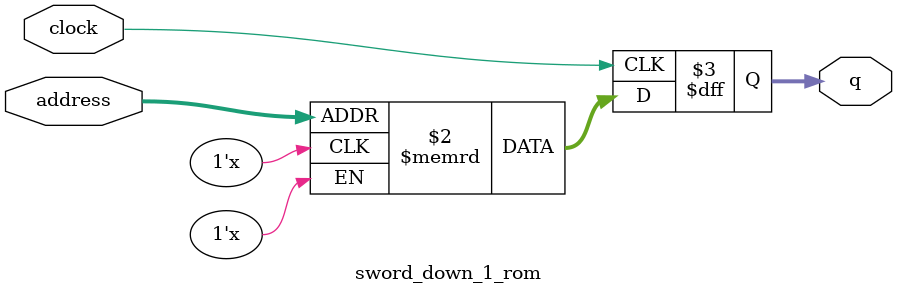
<source format=sv>
module sword_down_1_rom (
	input logic clock,
	input logic [9:0] address,
	output logic [2:0] q
);

logic [2:0] memory [0:1023] /* synthesis ram_init_file = "./sword_down_1/sword_down_1.mif" */;

always_ff @ (posedge clock) begin
	q <= memory[address];
end

endmodule

</source>
